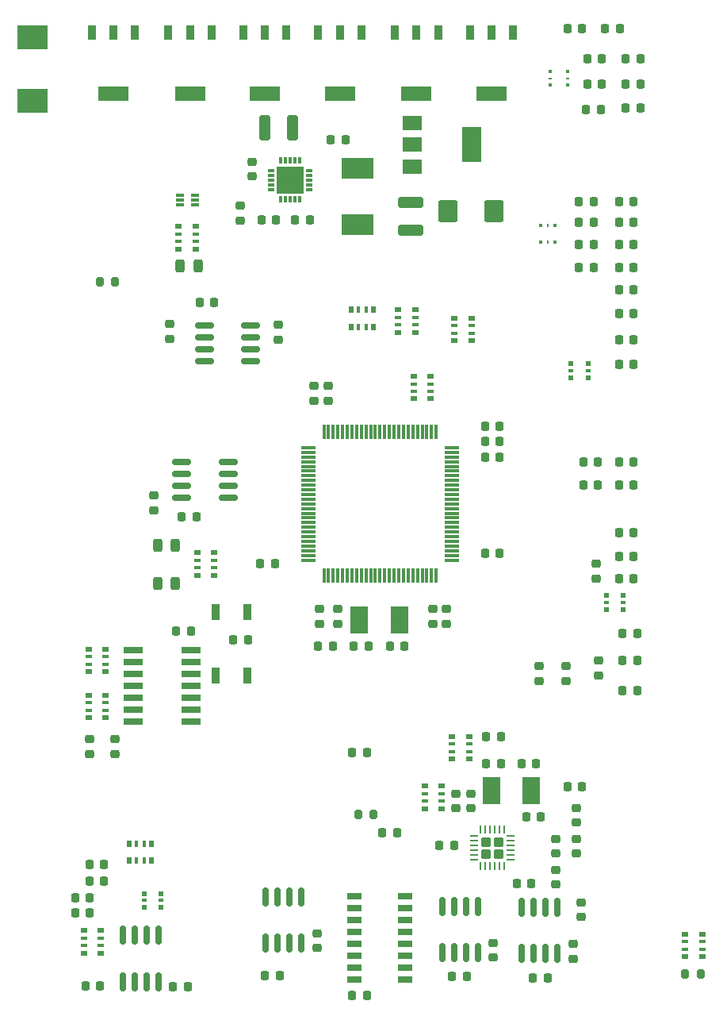
<source format=gbr>
%TF.GenerationSoftware,KiCad,Pcbnew,6.0.0-rc1-unknown-e56e61ffb5~144~ubuntu20.04.1*%
%TF.CreationDate,2021-11-28T18:30:16+01:00*%
%TF.ProjectId,Uni_Printer,556e695f-5072-4696-9e74-65722e6b6963,rev?*%
%TF.SameCoordinates,PX48009e0PY88da2e0*%
%TF.FileFunction,Paste,Top*%
%TF.FilePolarity,Positive*%
%FSLAX46Y46*%
G04 Gerber Fmt 4.6, Leading zero omitted, Abs format (unit mm)*
G04 Created by KiCad (PCBNEW 6.0.0-rc1-unknown-e56e61ffb5~144~ubuntu20.04.1) date 2021-11-28 18:30:16*
%MOMM*%
%LPD*%
G01*
G04 APERTURE LIST*
G04 Aperture macros list*
%AMRoundRect*
0 Rectangle with rounded corners*
0 $1 Rounding radius*
0 $2 $3 $4 $5 $6 $7 $8 $9 X,Y pos of 4 corners*
0 Add a 4 corners polygon primitive as box body*
4,1,4,$2,$3,$4,$5,$6,$7,$8,$9,$2,$3,0*
0 Add four circle primitives for the rounded corners*
1,1,$1+$1,$2,$3*
1,1,$1+$1,$4,$5*
1,1,$1+$1,$6,$7*
1,1,$1+$1,$8,$9*
0 Add four rect primitives between the rounded corners*
20,1,$1+$1,$2,$3,$4,$5,0*
20,1,$1+$1,$4,$5,$6,$7,0*
20,1,$1+$1,$6,$7,$8,$9,0*
20,1,$1+$1,$8,$9,$2,$3,0*%
G04 Aperture macros list end*
%ADD10R,0.900000X1.700000*%
%ADD11RoundRect,0.225000X-0.250000X0.225000X-0.250000X-0.225000X0.250000X-0.225000X0.250000X0.225000X0*%
%ADD12RoundRect,0.218750X-0.218750X-0.256250X0.218750X-0.256250X0.218750X0.256250X-0.218750X0.256250X0*%
%ADD13RoundRect,0.218750X0.218750X0.256250X-0.218750X0.256250X-0.218750X-0.256250X0.218750X-0.256250X0*%
%ADD14RoundRect,0.218750X-0.256250X0.218750X-0.256250X-0.218750X0.256250X-0.218750X0.256250X0.218750X0*%
%ADD15RoundRect,0.218750X0.256250X-0.218750X0.256250X0.218750X-0.256250X0.218750X-0.256250X-0.218750X0*%
%ADD16RoundRect,0.243750X-0.243750X-0.456250X0.243750X-0.456250X0.243750X0.456250X-0.243750X0.456250X0*%
%ADD17RoundRect,0.225000X0.250000X-0.225000X0.250000X0.225000X-0.250000X0.225000X-0.250000X-0.225000X0*%
%ADD18RoundRect,0.225000X-0.225000X-0.250000X0.225000X-0.250000X0.225000X0.250000X-0.225000X0.250000X0*%
%ADD19R,2.032000X0.660400*%
%ADD20R,0.800000X0.500000*%
%ADD21R,0.800000X0.400000*%
%ADD22R,0.500000X0.800000*%
%ADD23R,0.400000X0.800000*%
%ADD24RoundRect,0.150000X0.825000X0.150000X-0.825000X0.150000X-0.825000X-0.150000X0.825000X-0.150000X0*%
%ADD25R,0.420000X0.420000*%
%ADD26R,0.280000X0.420000*%
%ADD27R,0.420000X0.280000*%
%ADD28R,1.950000X2.950000*%
%ADD29RoundRect,0.150000X-0.150000X0.825000X-0.150000X-0.825000X0.150000X-0.825000X0.150000X0.825000X0*%
%ADD30R,3.300000X2.500000*%
%ADD31R,0.850000X0.300000*%
%ADD32RoundRect,0.250000X-0.325000X-1.100000X0.325000X-1.100000X0.325000X1.100000X-0.325000X1.100000X0*%
%ADD33R,0.900000X1.500000*%
%ADD34R,3.200000X1.500000*%
%ADD35R,0.600000X0.600000*%
%ADD36R,0.600000X0.400000*%
%ADD37RoundRect,0.250000X1.100000X-0.325000X1.100000X0.325000X-1.100000X0.325000X-1.100000X-0.325000X0*%
%ADD38R,0.300000X0.700000*%
%ADD39R,0.700000X0.300000*%
%ADD40R,2.950000X2.950000*%
%ADD41RoundRect,0.200000X-0.200000X-0.275000X0.200000X-0.275000X0.200000X0.275000X-0.200000X0.275000X0*%
%ADD42R,1.525000X0.650000*%
%ADD43RoundRect,0.075000X0.075000X-0.725000X0.075000X0.725000X-0.075000X0.725000X-0.075000X-0.725000X0*%
%ADD44RoundRect,0.075000X0.725000X-0.075000X0.725000X0.075000X-0.725000X0.075000X-0.725000X-0.075000X0*%
%ADD45RoundRect,0.225000X0.225000X0.250000X-0.225000X0.250000X-0.225000X-0.250000X0.225000X-0.250000X0*%
%ADD46R,2.000000X1.500000*%
%ADD47R,2.000000X3.800000*%
%ADD48R,3.500000X2.300000*%
%ADD49RoundRect,0.250000X-0.275000X0.275000X-0.275000X-0.275000X0.275000X-0.275000X0.275000X0.275000X0*%
%ADD50RoundRect,0.062500X-0.062500X0.350000X-0.062500X-0.350000X0.062500X-0.350000X0.062500X0.350000X0*%
%ADD51RoundRect,0.062500X-0.350000X0.062500X-0.350000X-0.062500X0.350000X-0.062500X0.350000X0.062500X0*%
%ADD52RoundRect,0.250000X0.787500X0.925000X-0.787500X0.925000X-0.787500X-0.925000X0.787500X-0.925000X0*%
G04 APERTURE END LIST*
D10*
X23200000Y45400000D03*
X26600000Y45400000D03*
X23200000Y52200000D03*
X26600000Y52200000D03*
D11*
X46400000Y52475000D03*
X46400000Y50925000D03*
D12*
X62012500Y93700000D03*
X63587500Y93700000D03*
X62912500Y108500000D03*
X64487500Y108500000D03*
X62012500Y88900000D03*
X63587500Y88900000D03*
D13*
X68587500Y108500000D03*
X67012500Y108500000D03*
X63587500Y95900000D03*
X62012500Y95900000D03*
D12*
X66312500Y88900000D03*
X67887500Y88900000D03*
D13*
X67887500Y95900000D03*
X66312500Y95900000D03*
D14*
X47900000Y52487500D03*
X47900000Y50912500D03*
D15*
X33700000Y74712500D03*
X33700000Y76287500D03*
D12*
X19612500Y62300000D03*
X21187500Y62300000D03*
D16*
X17062500Y59300000D03*
X18937500Y59300000D03*
D14*
X36300000Y52487500D03*
X36300000Y50912500D03*
D13*
X29587500Y57300000D03*
X28012500Y57300000D03*
D17*
X35300000Y74725000D03*
X35300000Y76275000D03*
D14*
X34300000Y52500000D03*
X34300000Y50925000D03*
D18*
X52025000Y68700000D03*
X53575000Y68700000D03*
X52025000Y70350000D03*
X53575000Y70350000D03*
D12*
X52012500Y72000000D03*
X53587500Y72000000D03*
D14*
X12500000Y38587500D03*
X12500000Y37012500D03*
X64100000Y46987500D03*
X64100000Y45412500D03*
D13*
X53687500Y38900000D03*
X52112500Y38900000D03*
X35775000Y48500000D03*
X34200000Y48500000D03*
D12*
X8212500Y20100000D03*
X9787500Y20100000D03*
D13*
X26687500Y49200000D03*
X25112500Y49200000D03*
D15*
X52900000Y15312500D03*
X52900000Y16887500D03*
D19*
X14426600Y48110000D03*
X14426600Y46840000D03*
X14426600Y45570000D03*
X14426600Y44300000D03*
X14426600Y43030000D03*
X14426600Y41760000D03*
X14426600Y40490000D03*
X20573400Y40490000D03*
X20573400Y41760000D03*
X20573400Y43030000D03*
X20573400Y44300000D03*
X20573400Y45570000D03*
X20573400Y46840000D03*
X20573400Y48110000D03*
D12*
X48512500Y13300000D03*
X50087500Y13300000D03*
D20*
X11500000Y45800000D03*
D21*
X11500000Y46600000D03*
X11500000Y47400000D03*
D20*
X11500000Y48200000D03*
X9700000Y48200000D03*
D21*
X9700000Y47400000D03*
X9700000Y46600000D03*
D20*
X9700000Y45800000D03*
D22*
X37700000Y82600000D03*
D23*
X38500000Y82600000D03*
X39300000Y82600000D03*
D22*
X40100000Y82600000D03*
X40100000Y84400000D03*
D23*
X39300000Y84400000D03*
X38500000Y84400000D03*
D22*
X37700000Y84400000D03*
D20*
X50300000Y36500000D03*
D21*
X50300000Y37300000D03*
X50300000Y38100000D03*
D20*
X50300000Y38900000D03*
X48500000Y38900000D03*
D21*
X48500000Y38100000D03*
X48500000Y37300000D03*
D20*
X48500000Y36500000D03*
X21300000Y58500000D03*
D21*
X21300000Y57700000D03*
X21300000Y56900000D03*
D20*
X21300000Y56100000D03*
X23100000Y56100000D03*
D21*
X23100000Y56900000D03*
X23100000Y57700000D03*
D20*
X23100000Y58500000D03*
D12*
X57112500Y13100000D03*
X58687500Y13100000D03*
D20*
X11500000Y40900000D03*
D21*
X11500000Y41700000D03*
X11500000Y42500000D03*
D20*
X11500000Y43300000D03*
X9700000Y43300000D03*
D21*
X9700000Y42500000D03*
X9700000Y41700000D03*
D20*
X9700000Y40900000D03*
D14*
X9800000Y38587500D03*
X9800000Y37012500D03*
D13*
X68600000Y105900000D03*
X67025000Y105900000D03*
D14*
X16600000Y64587500D03*
X16600000Y63012500D03*
D24*
X24575000Y64395000D03*
X24575000Y65665000D03*
X24575000Y66935000D03*
X24575000Y68205000D03*
X19625000Y68205000D03*
X19625000Y66935000D03*
X19625000Y65665000D03*
X19625000Y64395000D03*
D12*
X38012500Y48500000D03*
X39587500Y48500000D03*
D13*
X43400000Y48500000D03*
X41825000Y48500000D03*
D24*
X26975000Y78895000D03*
X26975000Y80165000D03*
X26975000Y81435000D03*
X26975000Y82705000D03*
X22025000Y82705000D03*
X22025000Y81435000D03*
X22025000Y80165000D03*
X22025000Y78895000D03*
D13*
X63587500Y91400000D03*
X62012500Y91400000D03*
D12*
X66712500Y47000000D03*
X68287500Y47000000D03*
D15*
X61400000Y15200000D03*
X61400000Y16775000D03*
D13*
X68275000Y43800000D03*
X66700000Y43800000D03*
D25*
X59450000Y93400000D03*
D26*
X58700000Y93400000D03*
D25*
X57950000Y93400000D03*
X57950000Y91600000D03*
D26*
X58700000Y91600000D03*
D25*
X59450000Y91600000D03*
D12*
X66312500Y93700000D03*
X67887500Y93700000D03*
D13*
X67887500Y91400000D03*
X66312500Y91400000D03*
D12*
X66712500Y49900000D03*
X68287500Y49900000D03*
D25*
X60800000Y108350000D03*
D27*
X60800000Y109100000D03*
D25*
X60800000Y109850000D03*
X59000000Y109850000D03*
D27*
X59000000Y109100000D03*
D25*
X59000000Y108350000D03*
D13*
X64387500Y105800000D03*
X62812500Y105800000D03*
D28*
X38550000Y51300000D03*
X42850000Y51300000D03*
D29*
X51305000Y20775000D03*
X50035000Y20775000D03*
X48765000Y20775000D03*
X47495000Y20775000D03*
X47495000Y15825000D03*
X48765000Y15825000D03*
X50035000Y15825000D03*
X51305000Y15825000D03*
X59705000Y20675000D03*
X58435000Y20675000D03*
X57165000Y20675000D03*
X55895000Y20675000D03*
X55895000Y15725000D03*
X57165000Y15725000D03*
X58435000Y15725000D03*
X59705000Y15725000D03*
D13*
X39387500Y11300000D03*
X37812500Y11300000D03*
D30*
X3700000Y106700000D03*
X3700000Y113500000D03*
D31*
X21000000Y95600000D03*
X21000000Y96100000D03*
X21000000Y96600000D03*
X19400000Y96600000D03*
X19400000Y96100000D03*
X19400000Y95600000D03*
D15*
X18300000Y81312500D03*
X18300000Y82887500D03*
D13*
X67887500Y78600000D03*
X66312500Y78600000D03*
X66387500Y114400000D03*
X64812500Y114400000D03*
D32*
X28525000Y103800000D03*
X31475000Y103800000D03*
D15*
X60700000Y44812500D03*
X60700000Y46387500D03*
D33*
X14600000Y113950000D03*
X12300000Y113950000D03*
X10000000Y113950000D03*
D34*
X12300000Y107450000D03*
D12*
X21512500Y85200000D03*
X23087500Y85200000D03*
D33*
X30800000Y113950000D03*
X28500000Y113950000D03*
X26200000Y113950000D03*
D34*
X28500000Y107450000D03*
D13*
X68587500Y111200000D03*
X67012500Y111200000D03*
D17*
X50500000Y31225000D03*
X50500000Y32775000D03*
D33*
X22800000Y113950000D03*
X20500000Y113950000D03*
X18200000Y113950000D03*
D34*
X20500000Y107450000D03*
D14*
X59600000Y24687500D03*
X59600000Y23112500D03*
D12*
X66312500Y65700000D03*
X67887500Y65700000D03*
D29*
X32405000Y21775000D03*
X31135000Y21775000D03*
X29865000Y21775000D03*
X28595000Y21775000D03*
X28595000Y16825000D03*
X29865000Y16825000D03*
X31135000Y16825000D03*
X32405000Y16825000D03*
D15*
X61800000Y29712500D03*
X61800000Y31287500D03*
D13*
X64087500Y65700000D03*
X62512500Y65700000D03*
D20*
X73400000Y17800000D03*
D21*
X73400000Y17000000D03*
X73400000Y16200000D03*
D20*
X73400000Y15400000D03*
X75200000Y15400000D03*
D21*
X75200000Y16200000D03*
X75200000Y17000000D03*
D20*
X75200000Y17800000D03*
D13*
X64487500Y111200000D03*
X62912500Y111200000D03*
D33*
X38800000Y113950000D03*
X36500000Y113950000D03*
X34200000Y113950000D03*
D34*
X36500000Y107450000D03*
D33*
X55000000Y113950000D03*
X52700000Y113950000D03*
X50400000Y113950000D03*
D34*
X52700000Y107450000D03*
D12*
X37812500Y37200000D03*
X39387500Y37200000D03*
D13*
X20587500Y50100000D03*
X19012500Y50100000D03*
D20*
X21100000Y90900000D03*
D21*
X21100000Y91700000D03*
X21100000Y92500000D03*
D20*
X21100000Y93300000D03*
X19300000Y93300000D03*
D21*
X19300000Y92500000D03*
X19300000Y91700000D03*
D20*
X19300000Y90900000D03*
D16*
X17062500Y55200000D03*
X18937500Y55200000D03*
D35*
X15600000Y22150000D03*
D36*
X15600000Y21400000D03*
D35*
X15600000Y20650000D03*
X17400000Y20650000D03*
D36*
X17400000Y21400000D03*
D35*
X17400000Y22150000D03*
D14*
X63900000Y57287500D03*
X63900000Y55712500D03*
D15*
X57800000Y44812500D03*
X57800000Y46387500D03*
D37*
X44050000Y92925000D03*
X44050000Y95875000D03*
D20*
X44400000Y77300000D03*
D21*
X44400000Y76500000D03*
X44400000Y75700000D03*
D20*
X44400000Y74900000D03*
X46200000Y74900000D03*
D21*
X46200000Y75700000D03*
X46200000Y76500000D03*
D20*
X46200000Y77300000D03*
D12*
X28512500Y13400000D03*
X30087500Y13400000D03*
X66312500Y81200000D03*
X67887500Y81200000D03*
D38*
X32200000Y100300000D03*
X31700000Y100300000D03*
X31200000Y100300000D03*
X30700000Y100300000D03*
X30200000Y100300000D03*
D39*
X29150000Y99250000D03*
X29150000Y98750000D03*
X29150000Y98250000D03*
X29150000Y97750000D03*
X29150000Y97250000D03*
D38*
X30200000Y96200000D03*
X30700000Y96200000D03*
X31200000Y96200000D03*
X31700000Y96200000D03*
X32200000Y96200000D03*
D39*
X33250000Y97250000D03*
X33250000Y97750000D03*
X33250000Y98250000D03*
X33250000Y98750000D03*
X33250000Y99250000D03*
D40*
X31200000Y98250000D03*
D28*
X52662500Y33150000D03*
X56962500Y33150000D03*
D20*
X47350000Y31200000D03*
D21*
X47350000Y32000000D03*
X47350000Y32800000D03*
D20*
X47350000Y33600000D03*
X45550000Y33600000D03*
D21*
X45550000Y32800000D03*
X45550000Y32000000D03*
D20*
X45550000Y31200000D03*
D13*
X57987500Y30300000D03*
X56412500Y30300000D03*
D14*
X61800000Y27987500D03*
X61800000Y26412500D03*
D15*
X59600000Y26412500D03*
X59600000Y27987500D03*
D41*
X10875000Y87400000D03*
X12525000Y87400000D03*
D14*
X27100000Y100187500D03*
X27100000Y98612500D03*
D13*
X53687500Y36000000D03*
X52112500Y36000000D03*
D35*
X66800000Y52450000D03*
D36*
X66800000Y53200000D03*
D35*
X66800000Y53950000D03*
X65000000Y53950000D03*
D36*
X65000000Y53200000D03*
D35*
X65000000Y52450000D03*
D12*
X9312500Y12300000D03*
X10887500Y12300000D03*
D14*
X62300000Y21187500D03*
X62300000Y19612500D03*
D22*
X14000000Y25650000D03*
D23*
X14800000Y25650000D03*
X15600000Y25650000D03*
D22*
X16400000Y25650000D03*
X16400000Y27450000D03*
D23*
X15600000Y27450000D03*
X14800000Y27450000D03*
D22*
X14000000Y27450000D03*
D33*
X47000000Y113950000D03*
X44700000Y113950000D03*
X42400000Y113950000D03*
D34*
X44700000Y107450000D03*
D12*
X47112500Y27275000D03*
X48687500Y27275000D03*
X18700000Y12200000D03*
X20275000Y12200000D03*
X60812500Y114400000D03*
X62387500Y114400000D03*
D41*
X38475000Y30600000D03*
X40125000Y30600000D03*
D17*
X29900000Y81225000D03*
X29900000Y82775000D03*
D42*
X43482000Y12955000D03*
X43482000Y14225000D03*
X43482000Y15495000D03*
X43482000Y16765000D03*
X43482000Y18035000D03*
X43482000Y19305000D03*
X43482000Y20575000D03*
X43482000Y21845000D03*
X38058000Y21845000D03*
X38058000Y20575000D03*
X38058000Y19305000D03*
X38058000Y18035000D03*
X38058000Y16765000D03*
X38058000Y15495000D03*
X38058000Y14225000D03*
X38058000Y12955000D03*
D12*
X55912500Y36000000D03*
X57487500Y36000000D03*
D14*
X25900000Y95487500D03*
X25900000Y93912500D03*
D18*
X8250000Y21700000D03*
X9800000Y21700000D03*
D13*
X62387500Y33500000D03*
X60812500Y33500000D03*
X42587500Y28600000D03*
X41012500Y28600000D03*
D43*
X34800000Y56025000D03*
X35300000Y56025000D03*
X35800000Y56025000D03*
X36300000Y56025000D03*
X36800000Y56025000D03*
X37300000Y56025000D03*
X37800000Y56025000D03*
X38300000Y56025000D03*
X38800000Y56025000D03*
X39300000Y56025000D03*
X39800000Y56025000D03*
X40300000Y56025000D03*
X40800000Y56025000D03*
X41300000Y56025000D03*
X41800000Y56025000D03*
X42300000Y56025000D03*
X42800000Y56025000D03*
X43300000Y56025000D03*
X43800000Y56025000D03*
X44300000Y56025000D03*
X44800000Y56025000D03*
X45300000Y56025000D03*
X45800000Y56025000D03*
X46300000Y56025000D03*
X46800000Y56025000D03*
D44*
X48475000Y57700000D03*
X48475000Y58200000D03*
X48475000Y58700000D03*
X48475000Y59200000D03*
X48475000Y59700000D03*
X48475000Y60200000D03*
X48475000Y60700000D03*
X48475000Y61200000D03*
X48475000Y61700000D03*
X48475000Y62200000D03*
X48475000Y62700000D03*
X48475000Y63200000D03*
X48475000Y63700000D03*
X48475000Y64200000D03*
X48475000Y64700000D03*
X48475000Y65200000D03*
X48475000Y65700000D03*
X48475000Y66200000D03*
X48475000Y66700000D03*
X48475000Y67200000D03*
X48475000Y67700000D03*
X48475000Y68200000D03*
X48475000Y68700000D03*
X48475000Y69200000D03*
X48475000Y69700000D03*
D43*
X46800000Y71375000D03*
X46300000Y71375000D03*
X45800000Y71375000D03*
X45300000Y71375000D03*
X44800000Y71375000D03*
X44300000Y71375000D03*
X43800000Y71375000D03*
X43300000Y71375000D03*
X42800000Y71375000D03*
X42300000Y71375000D03*
X41800000Y71375000D03*
X41300000Y71375000D03*
X40800000Y71375000D03*
X40300000Y71375000D03*
X39800000Y71375000D03*
X39300000Y71375000D03*
X38800000Y71375000D03*
X38300000Y71375000D03*
X37800000Y71375000D03*
X37300000Y71375000D03*
X36800000Y71375000D03*
X36300000Y71375000D03*
X35800000Y71375000D03*
X35300000Y71375000D03*
X34800000Y71375000D03*
D44*
X33125000Y69700000D03*
X33125000Y69200000D03*
X33125000Y68700000D03*
X33125000Y68200000D03*
X33125000Y67700000D03*
X33125000Y67200000D03*
X33125000Y66700000D03*
X33125000Y66200000D03*
X33125000Y65700000D03*
X33125000Y65200000D03*
X33125000Y64700000D03*
X33125000Y64200000D03*
X33125000Y63700000D03*
X33125000Y63200000D03*
X33125000Y62700000D03*
X33125000Y62200000D03*
X33125000Y61700000D03*
X33125000Y61200000D03*
X33125000Y60700000D03*
X33125000Y60200000D03*
X33125000Y59700000D03*
X33125000Y59200000D03*
X33125000Y58700000D03*
X33125000Y58200000D03*
X33125000Y57700000D03*
D45*
X56975000Y23200000D03*
X55425000Y23200000D03*
D12*
X66312500Y86500000D03*
X67887500Y86500000D03*
D41*
X73375000Y13550000D03*
X75025000Y13550000D03*
D12*
X66312500Y58100000D03*
X67887500Y58100000D03*
D13*
X33287500Y94000000D03*
X31712500Y94000000D03*
D12*
X66312500Y68200000D03*
X67887500Y68200000D03*
D35*
X63000000Y77150000D03*
D36*
X63000000Y77900000D03*
D35*
X63000000Y78650000D03*
X61200000Y78650000D03*
D36*
X61200000Y77900000D03*
D35*
X61200000Y77150000D03*
D12*
X66312500Y84000000D03*
X67887500Y84000000D03*
X35512500Y102500000D03*
X37087500Y102500000D03*
D15*
X34100000Y16312500D03*
X34100000Y17887500D03*
D13*
X29687500Y94000000D03*
X28112500Y94000000D03*
D46*
X44250000Y104300000D03*
D47*
X50550000Y102000000D03*
D46*
X44250000Y102000000D03*
X44250000Y99700000D03*
D12*
X52012500Y58400000D03*
X53587500Y58400000D03*
D17*
X48900000Y31225000D03*
X48900000Y32775000D03*
D48*
X38400000Y99500000D03*
X38400000Y93500000D03*
D20*
X50550000Y81100000D03*
D21*
X50550000Y81900000D03*
X50550000Y82700000D03*
D20*
X50550000Y83500000D03*
X48750000Y83500000D03*
D21*
X48750000Y82700000D03*
X48750000Y81900000D03*
D20*
X48750000Y81100000D03*
D16*
X19462500Y89100000D03*
X21337500Y89100000D03*
D49*
X52150000Y27650000D03*
X52150000Y26350000D03*
X53450000Y26350000D03*
X53450000Y27650000D03*
D50*
X54050000Y28937500D03*
X53550000Y28937500D03*
X53050000Y28937500D03*
X52550000Y28937500D03*
X52050000Y28937500D03*
X51550000Y28937500D03*
D51*
X50862500Y28250000D03*
X50862500Y27750000D03*
X50862500Y27250000D03*
X50862500Y26750000D03*
X50862500Y26250000D03*
X50862500Y25750000D03*
D50*
X51550000Y25062500D03*
X52050000Y25062500D03*
X52550000Y25062500D03*
X53050000Y25062500D03*
X53550000Y25062500D03*
X54050000Y25062500D03*
D51*
X54737500Y25750000D03*
X54737500Y26250000D03*
X54737500Y26750000D03*
X54737500Y27250000D03*
X54737500Y27750000D03*
X54737500Y28250000D03*
D20*
X11000000Y15800000D03*
D21*
X11000000Y16600000D03*
X11000000Y17400000D03*
D20*
X11000000Y18200000D03*
X9200000Y18200000D03*
D21*
X9200000Y17400000D03*
X9200000Y16600000D03*
D20*
X9200000Y15800000D03*
D18*
X9775000Y25200000D03*
X11325000Y25200000D03*
D12*
X62512500Y68200000D03*
X64087500Y68200000D03*
X66312500Y60600000D03*
X67887500Y60600000D03*
D13*
X67887500Y55700000D03*
X66312500Y55700000D03*
D18*
X9775000Y23500000D03*
X11325000Y23500000D03*
D29*
X17105000Y17675000D03*
X15835000Y17675000D03*
X14565000Y17675000D03*
X13295000Y17675000D03*
X13295000Y12725000D03*
X14565000Y12725000D03*
X15835000Y12725000D03*
X17105000Y12725000D03*
D20*
X44550000Y82000000D03*
D21*
X44550000Y82800000D03*
X44550000Y83600000D03*
D20*
X44550000Y84400000D03*
X42750000Y84400000D03*
D21*
X42750000Y83600000D03*
X42750000Y82800000D03*
D20*
X42750000Y82000000D03*
D52*
X52962500Y94900000D03*
X48037500Y94900000D03*
M02*

</source>
